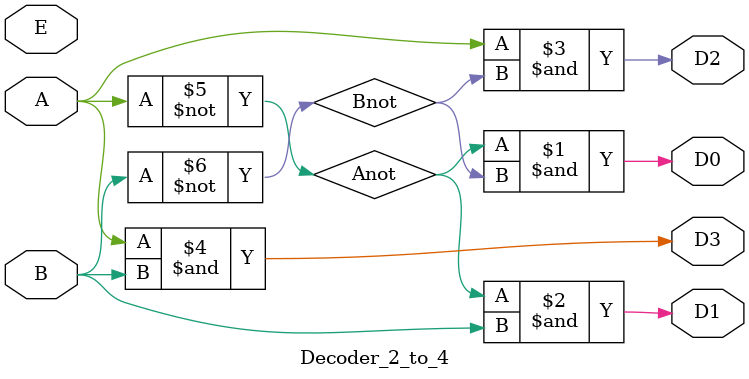
<source format=v>
`timescale 1ns / 1ps
module Decoder_2_to_4(A, B, E, D0, D1, D2, D3);

   input A, B, E;
	output D0, D1, D2, D3;
	wire Anot, Bnot;
	
  not
    n1 (Anot, A),
    n2 (Bnot, B);
  and
    n4 (D0, Anot, Bnot),
    n5 (D1, Anot, B),
    n6 (D2, A, Bnot),
    n7 (D3, A, B);

endmodule
</source>
